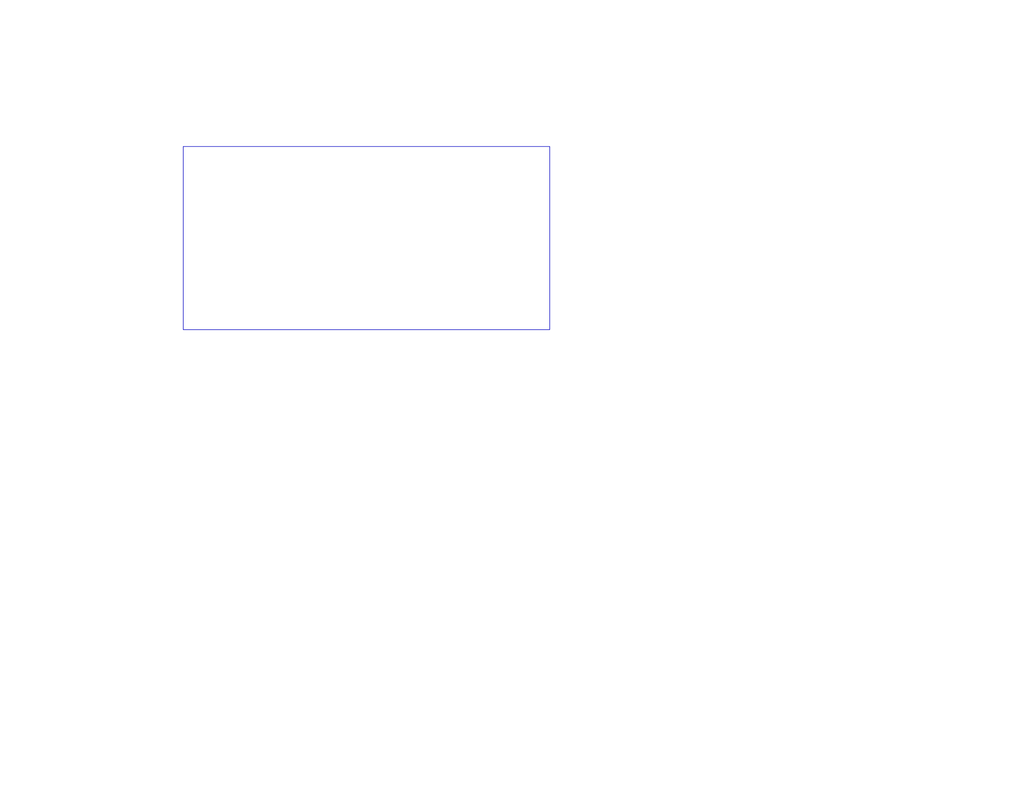
<source format=kicad_sch>
(kicad_sch
	(version 20231120)
	(generator "eeschema")
	(generator_version "8.0")
	(uuid "30325457-f5d3-4978-b813-866b68c1869e")
	(paper "USLetter")
	(title_block
		(title "Dimensions")
	)
	(lib_symbols)
	(rectangle
		(start 50 40)
		(end 150 90)
		(stroke
			(width 0)
			(type default)
		)
		(fill
			(type none)
		)
		(uuid c6507a2f-db75-4e55-b53e-d913d342ae66)
	)
)
</source>
